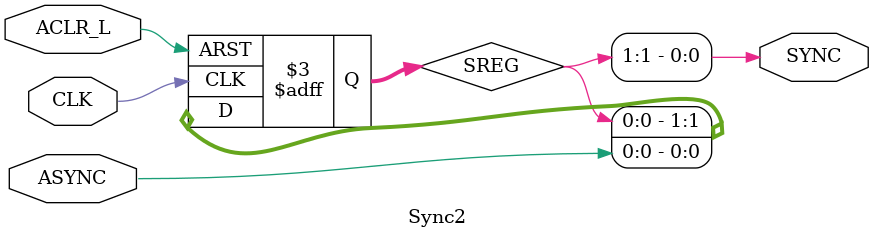
<source format=v>
`timescale 1ns / 1ps
module Sync2(
    input CLK,//Ô­Ê±ÖÓ
    input ASYNC,//usbÊ±ÖÓ»òusbÊý¾Ý
    input ACLR_L,//
    output SYNC//ÓëÔ­Ê±ÖÓÍ¬²½µÄÐÅºÅ»òÊý¾Ý
    );
    
reg [1:0] SREG;
wire aclr_i;

assign aclr_i = ~ACLR_L; 
assign SYNC = SREG[1];

//ÓÃÁ½¸öD´¥·¢Æ÷½«Òì²½ÐÅºÅ×ªÎªÍ¬²½ÐÅºÅ£¬¼´½«Ô­Ê±ÖÓºÍusbÊ±ÖÓ»òusbÊý¾ÝÍ¬²½
always @(posedge CLK or posedge aclr_i) begin        
        if(aclr_i) begin
            SREG <= 2'b00;
        end
        else begin
            SREG[0] <= ASYNC;//usbµ±Ç°ÐÅºÅ»òÊý¾Ý
            SREG[1] <= SREG[0];//ÉÏÒ»¸öÔ­Ê±ÖÓÏÂ½µÑØÊ±usbÐÅºÅ»òÊý¾Ý
        end
end
   
endmodule

</source>
